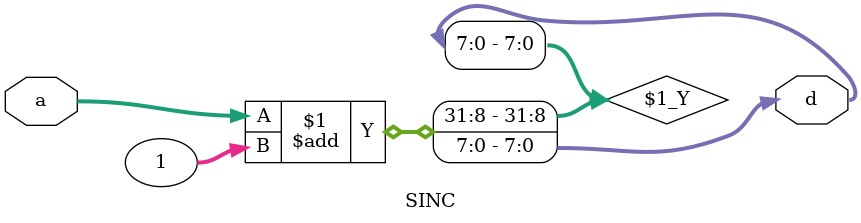
<source format=v>
`timescale 1ns / 1ps


module SINC #(parameter DATA_WIDTH = 8) (
    input signed [DATA_WIDTH-1:0] a,
    output signed [DATA_WIDTH-1:0] d
);

assign d = a + 1 ;

endmodule

</source>
